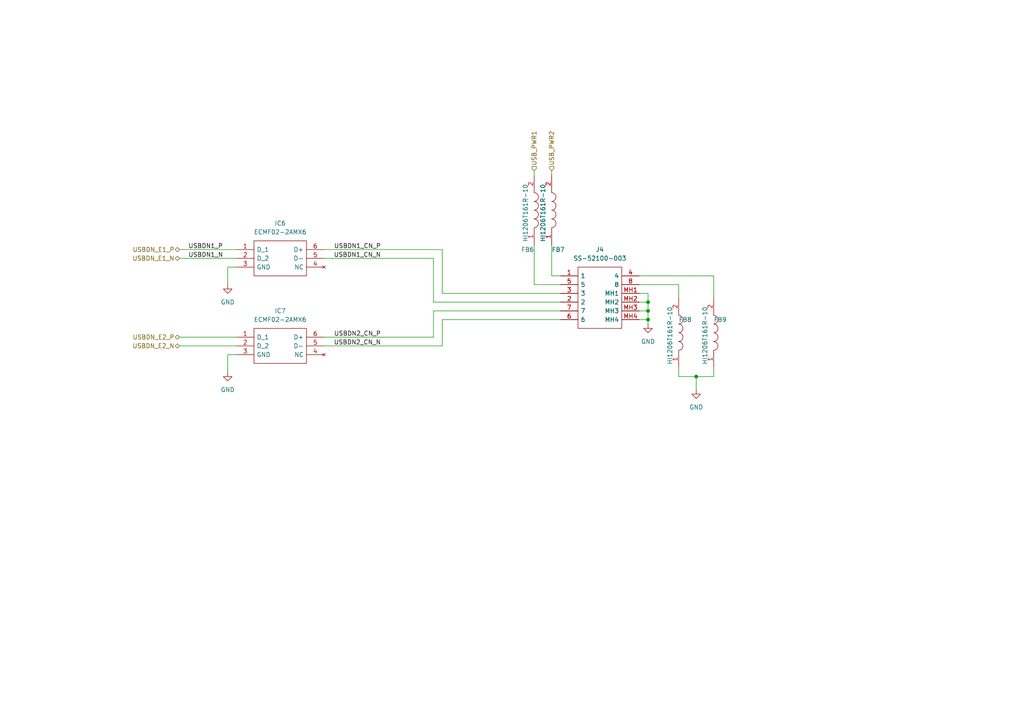
<source format=kicad_sch>
(kicad_sch (version 20211123) (generator eeschema)
  (paper "A4")
  (title_block (title "USB CN"))
  (lib_symbols
    (symbol "global_lib:ECMF02-2AMX6" (pin_names (offset 0.762))
      (property "Reference" "IC" (at 21.59 7.62 0))
      (property "Value" "ECMF02-2AMX6" (at 21.59 5.08 0))
      (symbol "ECMF02-2AMX6_0_0"
        (pin passive line (at 0 0 0) (length 5.08) (name "D_1") (number "1"))
        (pin passive line (at 0 -2.54 0) (length 5.08) (name "D_2") (number "2"))
        (pin passive line (at 0 -5.08 0) (length 5.08) (name "GND") (number "3"))
        (pin no_connect line (at 25.4 -5.08 180) (length 5.08) (name "NC") (number "4"))
        (pin passive line (at 25.4 -2.54 180) (length 5.08) (name "D-") (number "5"))
        (pin passive line (at 25.4 0 180) (length 5.08) (name "D+") (number "6"))
      )
      (symbol "ECMF02-2AMX6_0_1"
        (polyline (pts (xy 5.08 2.54) (xy 20.32 2.54) (xy 20.32 -7.62) (xy 5.08 -7.62) (xy 5.08 2.54)) (stroke (width 0.1524)))
      )
    )
    (symbol "global_lib:HI1206T161R-10" (pin_names (offset 0.762))
      (property "Reference" "FB" (at 16.51 7.62 0))
      (property "Value" "HI1206T161R-10" (at 16.51 5.08 0))
      (symbol "HI1206T161R-10_0_0"
        (pin passive line (at 0 11.43 0) (length 5.08) (name "~") (number "1"))
        (pin passive line (at 20.32 11.43 180) (length 5.08) (name "~") (number "2"))
      )
      (symbol "HI1206T161R-10_1_1"
        (arc (start 5.08 11.43) (mid 6.35 10.1082) (end 7.62 11.43) (stroke (width 0.1524)))
        (arc (start 7.62 11.43) (mid 8.89 10.1082) (end 10.16 11.43) (stroke (width 0.1524)))
        (arc (start 10.16 11.43) (mid 11.43 10.1082) (end 12.7 11.43) (stroke (width 0.1524)))
        (arc (start 12.7 11.43) (mid 13.97 10.1082) (end 15.24 11.43) (stroke (width 0.1524)))
      )
    )
    (symbol "global_lib:SS-52100-003" (pin_names (offset 0.762))
      (property "Reference" "J" (at 19.05 7.62 0))
      (property "Value" "SS-52100-003" (at 19.05 5.08 0))
      (symbol "SS-52100-003_0_0"
        (pin passive line (at 0 0 0) (length 5.08) (name "1") (number "1"))
        (pin passive line (at 0 -7.62 0) (length 5.08) (name "2") (number "2"))
        (pin passive line (at 0 -5.08 0) (length 5.08) (name "3") (number "3"))
        (pin passive line (at 22.86 0 180) (length 5.08) (name "4") (number "4"))
        (pin passive line (at 0 -2.54 0) (length 5.08) (name "5") (number "5"))
        (pin passive line (at 0 -12.7 0) (length 5.08) (name "6") (number "6"))
        (pin passive line (at 0 -10.16 0) (length 5.08) (name "7") (number "7"))
        (pin passive line (at 22.86 -2.54 180) (length 5.08) (name "8") (number "8"))
        (pin passive line (at 22.86 -5.08 180) (length 5.08) (name "MH1") (number "MH1"))
        (pin passive line (at 22.86 -7.62 180) (length 5.08) (name "MH2") (number "MH2"))
        (pin passive line (at 22.86 -10.16 180) (length 5.08) (name "MH3") (number "MH3"))
        (pin passive line (at 22.86 -12.7 180) (length 5.08) (name "MH4") (number "MH4"))
      )
      (symbol "SS-52100-003_0_1"
        (polyline (pts (xy 5.08 2.54) (xy 17.78 2.54) (xy 17.78 -15.24) (xy 5.08 -15.24) (xy 5.08 2.54)) (stroke (width 0.1524)))
      )
    )
    (symbol "power:GND" (power) (pin_names (offset 0))
      (property "Value" "GND" (at 0 -3.81 0))
      (symbol "GND_0_1"
        (polyline (pts (xy 0 0) (xy 0 -1.27) (xy 1.27 -1.27) (xy 0 -2.54) (xy -1.27 -1.27) (xy 0 -1.27)))
      )
      (symbol "GND_1_1"
        (pin power_in line (at 0 0 270) (length 0) hide (name "GND") (number "1"))
      )
    )
  )
  (junction (at 187.96 92.71))
  (junction (at 201.93 109.22))
  (junction (at 187.96 87.63))
  (junction (at 187.96 90.17))
  (wire (pts (xy 160.02 49.53) (xy 160.02 50.8)))
  (wire (pts (xy 125.73 87.63) (xy 162.56 87.63)))
  (wire (pts (xy 185.42 90.17) (xy 187.96 90.17)))
  (wire (pts (xy 125.73 97.79) (xy 125.73 90.17)))
  (wire (pts (xy 68.58 102.87) (xy 66.04 102.87)))
  (wire (pts (xy 68.58 77.47) (xy 66.04 77.47)))
  (wire (pts (xy 187.96 92.71) (xy 187.96 93.98)))
  (wire (pts (xy 154.94 49.53) (xy 154.94 50.8)))
  (wire (pts (xy 128.27 72.39) (xy 128.27 85.09)))
  (wire (pts (xy 187.96 87.63) (xy 187.96 90.17)))
  (wire (pts (xy 185.42 82.55) (xy 196.85 82.55)))
  (wire (pts (xy 93.98 100.33) (xy 128.27 100.33)))
  (wire (pts (xy 196.85 109.22) (xy 201.93 109.22)))
  (wire (pts (xy 128.27 100.33) (xy 128.27 92.71)))
  (wire (pts (xy 162.56 82.55) (xy 154.94 82.55)))
  (wire (pts (xy 187.96 92.71) (xy 185.42 92.71)))
  (wire (pts (xy 128.27 92.71) (xy 162.56 92.71)))
  (wire (pts (xy 52.07 74.93) (xy 68.58 74.93)))
  (wire (pts (xy 52.07 72.39) (xy 68.58 72.39)))
  (wire (pts (xy 93.98 74.93) (xy 125.73 74.93)))
  (wire (pts (xy 187.96 85.09) (xy 187.96 87.63)))
  (wire (pts (xy 125.73 90.17) (xy 162.56 90.17)))
  (wire (pts (xy 162.56 80.01) (xy 160.02 80.01)))
  (wire (pts (xy 201.93 109.22) (xy 201.93 113.03)))
  (wire (pts (xy 93.98 97.79) (xy 125.73 97.79)))
  (wire (pts (xy 207.01 80.01) (xy 207.01 86.36)))
  (wire (pts (xy 160.02 71.12) (xy 160.02 80.01)))
  (wire (pts (xy 66.04 77.47) (xy 66.04 82.55)))
  (wire (pts (xy 187.96 90.17) (xy 187.96 92.71)))
  (wire (pts (xy 93.98 72.39) (xy 128.27 72.39)))
  (wire (pts (xy 185.42 85.09) (xy 187.96 85.09)))
  (wire (pts (xy 128.27 85.09) (xy 162.56 85.09)))
  (wire (pts (xy 185.42 80.01) (xy 207.01 80.01)))
  (wire (pts (xy 154.94 82.55) (xy 154.94 71.12)))
  (wire (pts (xy 196.85 82.55) (xy 196.85 86.36)))
  (wire (pts (xy 52.07 100.33) (xy 68.58 100.33)))
  (wire (pts (xy 207.01 106.68) (xy 207.01 109.22)))
  (wire (pts (xy 201.93 109.22) (xy 207.01 109.22)))
  (wire (pts (xy 185.42 87.63) (xy 187.96 87.63)))
  (wire (pts (xy 125.73 74.93) (xy 125.73 87.63)))
  (wire (pts (xy 196.85 106.68) (xy 196.85 109.22)))
  (wire (pts (xy 66.04 102.87) (xy 66.04 107.95)))
  (wire (pts (xy 52.07 97.79) (xy 68.58 97.79)))
  (label "USBDN1_P" (at 54.61 72.39 0))
  (label "USBDN2_CN_P" (at 110.49 97.79 180))
  (label "USBDN2_CN_N" (at 110.49 100.33 180))
  (label "USBDN1_CN_N" (at 110.49 74.93 180))
  (label "USBDN1_N" (at 54.61 74.93 0))
  (label "USBDN1_CN_P" (at 110.49 72.39 180))
  (hierarchical_label "USB_PWR2" (shape input) (at 160.02 49.53 90))
  (hierarchical_label "USBDN_E1_N" (shape bidirectional) (at 52.07 74.93 180))
  (hierarchical_label "USBDN_E2_N" (shape bidirectional) (at 52.07 100.33 180))
  (hierarchical_label "USB_PWR1" (shape input) (at 154.94 49.53 90))
  (hierarchical_label "USBDN_E1_P" (shape bidirectional) (at 52.07 72.39 180))
  (hierarchical_label "USBDN_E2_P" (shape bidirectional) (at 52.07 97.79 180))
  (symbol (lib_id "power:GND") (at 201.93 113.03 0)
    (property "Reference" "#PWR037" (effects hide))
    (property "Value" "GND" (at 201.93 118.11 0))
  )
  (symbol (lib_id "global_lib:HI1206T161R-10") (at 171.45 71.12 90)
    (property "Reference" "FB7" (at 160.02 72.39 90) (effects (justify right)))
    (property "Value" "HI1206T161R-10" (at 157.48 53.34 0) (effects (justify right)))
    (property "Footprint" "BEADC3216X180N" (effects hide))
    (property "Datasheet" "https://assets.lairdtech.com/home/brandworld/files/HI1206T161R-10.pdf" (effects hide))
    (property "Description" "EMI Ferrite Chip Bead; 1206; 6000MA; 160 Ohms @100MHz; DCR Max 0.0180Ohm" (effects hide))
    (property "Height" "1.8" (effects hide))
    (property "Manufacturer_Name" "Laird-Signal Integrity Products" (effects hide))
    (property "Manufacturer_Part_Number" "HI1206T161R-10" (effects hide))
  )
  (symbol (lib_id "global_lib:ECMF02-2AMX6") (at 68.58 97.79 0)
    (property "Reference" "IC7" (at 81.28 90.17 0))
    (property "Value" "ECMF02-2AMX6" (at 81.28 92.71 0))
    (property "Footprint" "SON50P150X170X55-6N-D" (effects hide))
    (property "Datasheet" "http://www.st.com/content/ccc/resource/technical/document/datasheet/3a/28/cf/d0/31/63/48/8c/CD00282307.pdf/files/CD00282307.pdf/jcr:content/translations/en.CD00282307.pdf" (effects hide))
    (property "Description" "Common Mode Filter & ESD Prot. USB uQFN6 STMicroelectronics ECMF02 Series, Signal Filter, 200mA uQFN SMD, Flat Contact Termination, 1.8 x 1.6 x 0.5mm" (effects hide))
    (property "Height" "0.55" (effects hide))
    (property "Manufacturer_Name" "STMicroelectronics" (effects hide))
    (property "Manufacturer_Part_Number" "ECMF02-2AMX6" (effects hide))
    (property "Mouser Part Number" "511-ECMF02-2AMX6" (effects hide))
    (property "Mouser Price/Stock" "https://www.mouser.co.uk/ProductDetail/STMicroelectronics/ECMF02-2AMX6?qs=raAh8RbVwI65u5gmT42%2Flg%3D%3D" (effects hide))
    (property "Arrow Part Number" "ECMF02-2AMX6" (effects hide))
    (property "Arrow Price/Stock" "https://www.arrow.com/en/products/ecmf02-2amx6/stmicroelectronics?region=nac" (effects hide))
  )
  (symbol (lib_id "power:GND") (at 66.04 107.95 0)
    (property "Reference" "#PWR035" (effects hide))
    (property "Value" "GND" (at 66.04 113.03 0))
  )
  (symbol (lib_id "global_lib:ECMF02-2AMX6") (at 68.58 72.39 0)
    (property "Reference" "IC6" (at 81.28 64.77 0))
    (property "Value" "ECMF02-2AMX6" (at 81.28 67.31 0))
    (property "Footprint" "SON50P150X170X55-6N-D" (effects hide))
    (property "Datasheet" "http://www.st.com/content/ccc/resource/technical/document/datasheet/3a/28/cf/d0/31/63/48/8c/CD00282307.pdf/files/CD00282307.pdf/jcr:content/translations/en.CD00282307.pdf" (effects hide))
    (property "Description" "Common Mode Filter & ESD Prot. USB uQFN6 STMicroelectronics ECMF02 Series, Signal Filter, 200mA uQFN SMD, Flat Contact Termination, 1.8 x 1.6 x 0.5mm" (effects hide))
    (property "Height" "0.55" (effects hide))
    (property "Manufacturer_Name" "STMicroelectronics" (effects hide))
    (property "Manufacturer_Part_Number" "ECMF02-2AMX6" (effects hide))
    (property "Mouser Part Number" "511-ECMF02-2AMX6" (effects hide))
    (property "Mouser Price/Stock" "https://www.mouser.co.uk/ProductDetail/STMicroelectronics/ECMF02-2AMX6?qs=raAh8RbVwI65u5gmT42%2Flg%3D%3D" (effects hide))
    (property "Arrow Part Number" "ECMF02-2AMX6" (effects hide))
    (property "Arrow Price/Stock" "https://www.arrow.com/en/products/ecmf02-2amx6/stmicroelectronics?region=nac" (effects hide))
  )
  (symbol (lib_id "global_lib:HI1206T161R-10") (at 166.37 71.12 90)
    (property "Reference" "FB6" (at 151.13 72.39 90) (effects (justify right)))
    (property "Value" "HI1206T161R-10" (at 152.4 53.34 0) (effects (justify right)))
    (property "Footprint" "BEADC3216X180N" (effects hide))
    (property "Datasheet" "https://assets.lairdtech.com/home/brandworld/files/HI1206T161R-10.pdf" (effects hide))
    (property "Description" "EMI Ferrite Chip Bead; 1206; 6000MA; 160 Ohms @100MHz; DCR Max 0.0180Ohm" (effects hide))
    (property "Height" "1.8" (effects hide))
    (property "Manufacturer_Name" "Laird-Signal Integrity Products" (effects hide))
    (property "Manufacturer_Part_Number" "HI1206T161R-10" (effects hide))
  )
  (symbol (lib_id "power:GND") (at 66.04 82.55 0)
    (property "Reference" "#PWR034" (effects hide))
    (property "Value" "GND" (at 66.04 87.63 0))
  )
  (symbol (lib_id "global_lib:HI1206T161R-10") (at 218.44 106.68 90)
    (property "Reference" "FB9" (at 207.01 92.71 90) (effects (justify right)))
    (property "Value" "HI1206T161R-10" (at 204.47 88.9 0) (effects (justify right)))
    (property "Footprint" "BEADC3216X180N" (effects hide))
    (property "Datasheet" "https://assets.lairdtech.com/home/brandworld/files/HI1206T161R-10.pdf" (effects hide))
    (property "Description" "EMI Ferrite Chip Bead; 1206; 6000MA; 160 Ohms @100MHz; DCR Max 0.0180Ohm" (effects hide))
    (property "Height" "1.8" (effects hide))
    (property "Manufacturer_Name" "Laird-Signal Integrity Products" (effects hide))
    (property "Manufacturer_Part_Number" "HI1206T161R-10" (effects hide))
  )
  (symbol (lib_id "global_lib:HI1206T161R-10") (at 208.28 106.68 90)
    (property "Reference" "FB8" (at 196.85 92.71 90) (effects (justify right)))
    (property "Value" "HI1206T161R-10" (at 194.31 88.9 0) (effects (justify right)))
    (property "Footprint" "BEADC3216X180N" (effects hide))
    (property "Datasheet" "https://assets.lairdtech.com/home/brandworld/files/HI1206T161R-10.pdf" (effects hide))
    (property "Description" "EMI Ferrite Chip Bead; 1206; 6000MA; 160 Ohms @100MHz; DCR Max 0.0180Ohm" (effects hide))
    (property "Height" "1.8" (effects hide))
    (property "Manufacturer_Name" "Laird-Signal Integrity Products" (effects hide))
    (property "Manufacturer_Part_Number" "HI1206T161R-10" (effects hide))
  )
  (symbol (lib_id "global_lib:SS-52100-003") (at 162.56 80.01 0)
    (property "Reference" "J4" (at 173.99 72.39 0))
    (property "Value" "SS-52100-003" (at 173.99 74.93 0))
    (property "Footprint" "SS52100003" (effects hide))
    (property "Datasheet" "https://br.mouser.com/datasheet/2/643/bel_SS-52100-003-1216548.pdf" (effects hide))
    (property "Description" "Conn USB 2.0 Type A RCP 8 POS 2mm Pitch RA 2 Port Thru-Hole" (effects hide))
    (property "Height" "15.5" (effects hide))
    (property "Manufacturer_Name" "Bel" (effects hide))
    (property "Manufacturer_Part_Number" "SS-52100-003" (effects hide))
    (property "Mouser Part Number" "530-SS-52100-003" (effects hide))
  )
  (symbol (lib_id "power:GND") (at 187.96 93.98 0)
    (property "Reference" "#PWR036" (effects hide))
    (property "Value" "GND" (at 187.96 99.06 0))
  )
)
</source>
